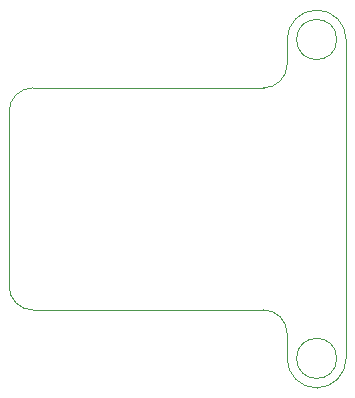
<source format=gbr>
%TF.GenerationSoftware,KiCad,Pcbnew,7.0.9*%
%TF.CreationDate,2024-02-11T18:26:09+01:00*%
%TF.ProjectId,8x2 backpack,38783220-6261-4636-9b70-61636b2e6b69,rev?*%
%TF.SameCoordinates,Original*%
%TF.FileFunction,Profile,NP*%
%FSLAX46Y46*%
G04 Gerber Fmt 4.6, Leading zero omitted, Abs format (unit mm)*
G04 Created by KiCad (PCBNEW 7.0.9) date 2024-02-11 18:26:09*
%MOMM*%
%LPD*%
G01*
G04 APERTURE LIST*
%TA.AperFunction,Profile*%
%ADD10C,0.100000*%
%TD*%
G04 APERTURE END LIST*
D10*
X62700000Y-57480000D02*
G75*
G03*
X62700000Y-57480000I-1700000J0D01*
G01*
X63500000Y-30480000D02*
G75*
G03*
X61000000Y-27980000I-2500000J0D01*
G01*
X34957000Y-51376000D02*
G75*
G03*
X36957000Y-53376000I2000000J0D01*
G01*
X58500000Y-32580000D02*
X58498267Y-30482065D01*
X61000000Y-59980000D02*
G75*
G03*
X63500000Y-57480000I0J2500000D01*
G01*
X58500000Y-55376000D02*
G75*
G03*
X56500000Y-53376000I-2000000J0D01*
G01*
X58500000Y-57480000D02*
G75*
G03*
X61000000Y-59980000I2500000J0D01*
G01*
X60998266Y-27980067D02*
G75*
G03*
X58498268Y-30482065I-66J-2499933D01*
G01*
X58500000Y-57480000D02*
X58500000Y-55376000D01*
X61000000Y-59980000D02*
X61000000Y-59980000D01*
X56500000Y-34580000D02*
X36957000Y-34580000D01*
X63500000Y-30480000D02*
X63500000Y-57480000D01*
X60998266Y-27980000D02*
X61000000Y-27980000D01*
X56500000Y-34580000D02*
G75*
G03*
X58500000Y-32580000I0J2000000D01*
G01*
X34957000Y-36580000D02*
X34957000Y-51376000D01*
X62700000Y-30480000D02*
G75*
G03*
X62700000Y-30480000I-1700000J0D01*
G01*
X36957000Y-53376000D02*
X56500000Y-53376000D01*
X36957000Y-34580000D02*
G75*
G03*
X34957000Y-36580000I0J-2000000D01*
G01*
M02*

</source>
